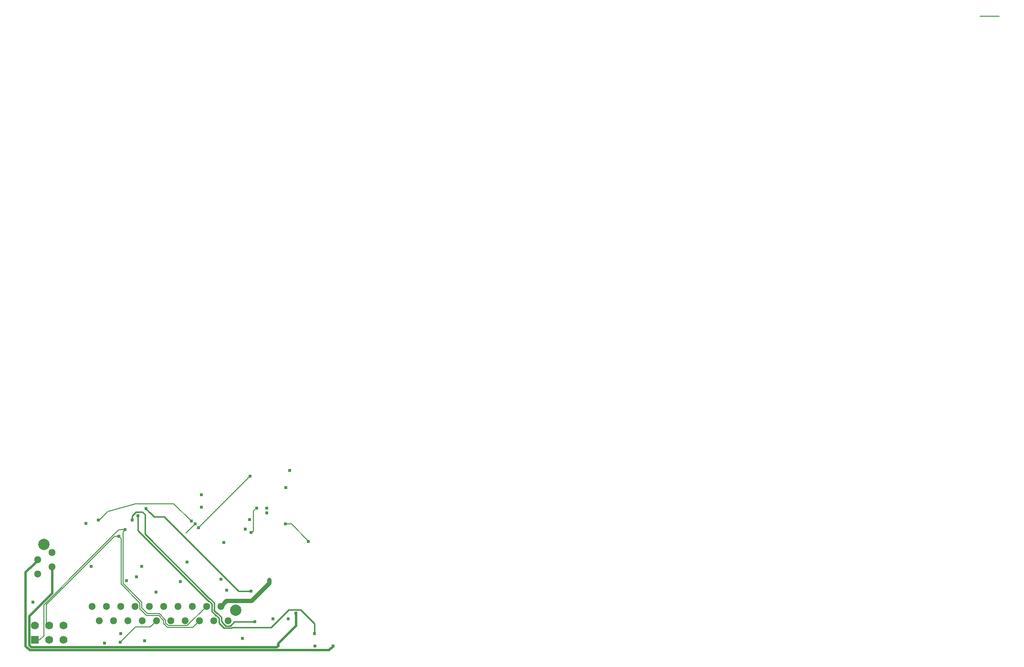
<source format=gbr>
G04 #@! TF.GenerationSoftware,KiCad,Pcbnew,(5.1.10-1-10_14)*
G04 #@! TF.CreationDate,2021-10-01T01:12:16-04:00*
G04 #@! TF.ProjectId,throttle,7468726f-7474-46c6-952e-6b696361645f,rev?*
G04 #@! TF.SameCoordinates,Original*
G04 #@! TF.FileFunction,Copper,L4,Bot*
G04 #@! TF.FilePolarity,Positive*
%FSLAX46Y46*%
G04 Gerber Fmt 4.6, Leading zero omitted, Abs format (unit mm)*
G04 Created by KiCad (PCBNEW (5.1.10-1-10_14)) date 2021-10-01 01:12:16*
%MOMM*%
%LPD*%
G01*
G04 APERTURE LIST*
G04 #@! TA.AperFunction,ComponentPad*
%ADD10C,1.300000*%
G04 #@! TD*
G04 #@! TA.AperFunction,ComponentPad*
%ADD11C,2.000000*%
G04 #@! TD*
G04 #@! TA.AperFunction,ComponentPad*
%ADD12C,1.400000*%
G04 #@! TD*
G04 #@! TA.AperFunction,ComponentPad*
%ADD13R,1.400000X1.400000*%
G04 #@! TD*
G04 #@! TA.AperFunction,ViaPad*
%ADD14C,0.609600*%
G04 #@! TD*
G04 #@! TA.AperFunction,Conductor*
%ADD15C,0.152400*%
G04 #@! TD*
G04 #@! TA.AperFunction,Conductor*
%ADD16C,0.762000*%
G04 #@! TD*
G04 #@! TA.AperFunction,Conductor*
%ADD17C,0.254000*%
G04 #@! TD*
G04 #@! TA.AperFunction,Conductor*
%ADD18C,0.381000*%
G04 #@! TD*
G04 APERTURE END LIST*
D10*
X174650000Y-82360000D03*
X174650000Y-79820000D03*
X172110000Y-81090000D03*
X172110000Y-83630000D03*
D11*
X173150000Y-78420000D03*
D10*
X200775000Y-91900000D03*
X203315000Y-91900000D03*
X205855000Y-91900000D03*
X198235000Y-91900000D03*
X204585000Y-89360000D03*
X202045000Y-89360000D03*
X199505000Y-89360000D03*
X196965000Y-89360000D03*
X195695000Y-91900000D03*
X194425000Y-89360000D03*
X193155000Y-91900000D03*
X191885000Y-89360000D03*
X190615000Y-91900000D03*
X189345000Y-89360000D03*
X188075000Y-91900000D03*
X186805000Y-89360000D03*
X185535000Y-91900000D03*
X184265000Y-89360000D03*
X182995000Y-91900000D03*
X181725000Y-89360000D03*
D11*
X207255000Y-90100000D03*
D12*
X176680000Y-92785000D03*
X176680000Y-95325000D03*
X174140000Y-92785000D03*
X174140000Y-95325000D03*
X171600000Y-92785000D03*
D13*
X171600000Y-95325000D03*
D14*
X221300000Y-96450000D03*
X201125000Y-69550000D03*
X201150000Y-71750000D03*
X181600000Y-82300000D03*
X190500000Y-82300000D03*
X183925000Y-95900000D03*
X187867657Y-84857343D03*
X216775000Y-65225000D03*
X216100000Y-68270000D03*
X216525000Y-91575000D03*
X213825000Y-91600000D03*
X212700000Y-71975000D03*
X189650000Y-84150000D03*
X180625000Y-74700000D03*
X197400000Y-84975000D03*
X186775000Y-94225000D03*
X191075000Y-95450000D03*
X216050000Y-74770000D03*
X220090000Y-77870000D03*
X199325000Y-74250000D03*
X182850000Y-74075000D03*
X213150000Y-84675000D03*
X187600000Y-75775000D03*
X186475000Y-76950000D03*
X204616590Y-84547838D03*
X193075000Y-86850000D03*
X198625000Y-81475000D03*
X212700000Y-72825000D03*
X200575000Y-75450000D03*
X209800000Y-66275000D03*
X200050000Y-74775000D03*
X171200000Y-88600000D03*
X209950000Y-86650000D03*
X191300000Y-72075000D03*
X221200000Y-94225000D03*
X189900000Y-73275809D03*
X188850000Y-74075000D03*
X210625000Y-92122710D03*
X214750000Y-96325000D03*
X217900000Y-90547040D03*
X208375000Y-95075000D03*
X224450000Y-96450000D03*
X205650000Y-86550000D03*
X186725000Y-95725000D03*
X209700000Y-73950000D03*
X208950000Y-75650000D03*
X205075000Y-78083400D03*
X210922799Y-71922000D03*
X209950000Y-76300000D03*
D15*
X339300000Y15375000D02*
X342675000Y15375000D01*
X216050000Y-74770000D02*
X217100000Y-74770000D01*
X217100000Y-74770000D02*
X220090000Y-77760000D01*
X220090000Y-77760000D02*
X220090000Y-77870000D01*
X196250000Y-71175000D02*
X189436828Y-71175000D01*
X199325000Y-74250000D02*
X196250000Y-71175000D01*
X189436828Y-71175000D02*
X184532963Y-72549019D01*
X183283290Y-73798692D02*
X182978491Y-74103491D01*
X184532963Y-72549019D02*
X183283290Y-73798692D01*
D16*
X213150000Y-85275000D02*
X213150000Y-84675000D01*
X210040390Y-88384610D02*
X213150000Y-85275000D01*
X204585000Y-89360000D02*
X205560390Y-88384610D01*
X205560390Y-88384610D02*
X210040390Y-88384610D01*
D15*
X180727000Y-81523000D02*
X180787500Y-81462500D01*
X172452400Y-95325000D02*
X171600000Y-95325000D01*
X173150000Y-94627400D02*
X172452400Y-95325000D01*
X180787500Y-81462500D02*
X173150000Y-89100000D01*
X173150000Y-89100000D02*
X173150000Y-94627400D01*
X180787500Y-81462500D02*
X186475000Y-75775000D01*
X186475000Y-75775000D02*
X187400000Y-75775000D01*
X187200000Y-76175000D02*
X187295201Y-76079799D01*
X187200000Y-85300000D02*
X187200000Y-76175000D01*
X190528411Y-88628411D02*
X187200000Y-85300000D01*
X187295201Y-76079799D02*
X187600000Y-75775000D01*
X191556066Y-90700000D02*
X190528411Y-89672345D01*
X190528411Y-89672345D02*
X190528411Y-88628411D01*
X194816399Y-91816399D02*
X193700000Y-90700000D01*
X202045000Y-89360000D02*
X198626399Y-92778601D01*
X193700000Y-90700000D02*
X191556066Y-90700000D01*
X195273271Y-92778601D02*
X194816399Y-92321729D01*
X198626399Y-92778601D02*
X195273271Y-92778601D01*
X194816399Y-92321729D02*
X194816399Y-91816399D01*
X174140000Y-92785000D02*
X173600000Y-92245000D01*
X185731066Y-76950000D02*
X186043948Y-76950000D01*
X173600000Y-89081066D02*
X185731066Y-76950000D01*
X173600000Y-89275000D02*
X173600000Y-89081066D01*
X173600000Y-89275000D02*
X173600000Y-89125000D01*
X186043948Y-76950000D02*
X186475000Y-76950000D01*
X173600000Y-92245000D02*
X173600000Y-89275000D01*
X186875000Y-77350000D02*
X186475000Y-76950000D01*
X186875000Y-85425000D02*
X186875000Y-77350000D01*
X190223601Y-88773601D02*
X186875000Y-85425000D01*
X191429810Y-91004810D02*
X190215165Y-89790165D01*
X199591590Y-93083410D02*
X195133410Y-93083410D01*
X190223601Y-89781729D02*
X190223601Y-88773601D01*
X200775000Y-91900000D02*
X199591590Y-93083410D01*
X194450000Y-92400000D02*
X194450000Y-91894670D01*
X190215165Y-89790165D02*
X190223601Y-89781729D01*
X195133410Y-93083410D02*
X194450000Y-92400000D01*
X194450000Y-91894670D02*
X193560140Y-91004810D01*
X193560140Y-91004810D02*
X191429810Y-91004810D01*
X200683300Y-75296042D02*
X200378501Y-75600841D01*
X208075000Y-67950000D02*
X200575000Y-75450000D01*
X209800000Y-66275000D02*
X209750000Y-66275000D01*
X209750000Y-66275000D02*
X208075000Y-67950000D01*
X200100000Y-74675000D02*
X198450000Y-76325000D01*
D17*
X207700000Y-86650000D02*
X209950000Y-86650000D01*
X194525000Y-73475000D02*
X207700000Y-86650000D01*
X192703427Y-73475000D02*
X194525000Y-73475000D01*
X191939844Y-72711417D02*
X192703427Y-73475000D01*
X191300000Y-72075000D02*
X191936417Y-72711417D01*
X191936417Y-72711417D02*
X191939844Y-72711417D01*
X221200000Y-92400000D02*
X218762830Y-89962830D01*
X216637170Y-89962830D02*
X213500000Y-93100000D01*
X189900000Y-75911328D02*
X189900000Y-73706861D01*
X218762830Y-89962830D02*
X216637170Y-89962830D01*
X202949200Y-90230528D02*
X202949200Y-89831314D01*
X205134100Y-93235812D02*
X204244401Y-92346113D01*
X213500000Y-93100000D02*
X206605265Y-93100000D01*
X204244401Y-91453887D02*
X203761113Y-90970599D01*
X203761113Y-90970599D02*
X203689271Y-90970599D01*
X203689271Y-90970599D02*
X202949200Y-90230528D01*
X202419271Y-88430599D02*
X189900000Y-75911328D01*
X221200000Y-94225000D02*
X221200000Y-92400000D01*
X202491113Y-88430599D02*
X202419271Y-88430599D01*
X202974401Y-88913887D02*
X202491113Y-88430599D01*
X202974401Y-89806113D02*
X202974401Y-88913887D01*
X206605265Y-93100000D02*
X206469453Y-93235812D01*
X206469453Y-93235812D02*
X205134100Y-93235812D01*
X202949200Y-89831314D02*
X202974401Y-89806113D01*
D15*
X189900000Y-73225000D02*
X189900000Y-73275809D01*
D17*
X189900000Y-73706861D02*
X189900000Y-73275809D01*
X204244401Y-92346113D02*
X204244401Y-91453887D01*
X203355611Y-89999654D02*
X203355611Y-90062188D01*
X205408887Y-92829401D02*
X206301113Y-92829401D01*
X204925599Y-92346113D02*
X205408887Y-92829401D01*
X203380812Y-88745547D02*
X203380812Y-89974453D01*
X203929453Y-90564188D02*
X204650812Y-91285547D01*
X203380812Y-89974453D02*
X203355611Y-89999654D01*
X189550000Y-72600000D02*
X190650000Y-72600000D01*
X203355611Y-90062188D02*
X203857611Y-90564188D01*
X204650812Y-91996142D02*
X204925599Y-92270929D01*
X204650812Y-91285547D02*
X204650812Y-91996142D01*
X207007804Y-92122710D02*
X210193948Y-92122710D01*
X206301113Y-92829401D02*
X207007804Y-92122710D01*
X202659453Y-88024188D02*
X203380812Y-88745547D01*
X202587611Y-88024188D02*
X202659453Y-88024188D01*
X191125000Y-76561577D02*
X202587611Y-88024188D01*
X191125000Y-73075000D02*
X191125000Y-76561577D01*
X210193948Y-92122710D02*
X210625000Y-92122710D01*
X190650000Y-72600000D02*
X191125000Y-73075000D01*
X188850000Y-73300000D02*
X189550000Y-72600000D01*
X188850000Y-74075000D02*
X188850000Y-73300000D01*
X204925599Y-92270929D02*
X204925599Y-92346113D01*
X203857611Y-90564188D02*
X203929453Y-90564188D01*
D18*
X217900000Y-90978092D02*
X217900000Y-90547040D01*
X214750000Y-95893948D02*
X217900000Y-92743948D01*
X217900000Y-92743948D02*
X217900000Y-90978092D01*
X214750000Y-96325000D02*
X214750000Y-95893948D01*
X214487727Y-96587273D02*
X174512726Y-96587273D01*
X214750000Y-96325000D02*
X214487727Y-96587273D01*
X170557099Y-96283812D02*
X170858972Y-96585685D01*
X170557099Y-91100191D02*
X170557099Y-96283812D01*
X174650000Y-82360000D02*
X174650000Y-87007290D01*
X170858972Y-96585685D02*
X174512725Y-96587273D01*
X174650000Y-87007290D02*
X170557099Y-91100191D01*
X169911710Y-83288290D02*
X171460001Y-81739999D01*
X224450000Y-96450000D02*
X223766599Y-97133401D01*
X170637932Y-97118999D02*
X169911710Y-96392777D01*
X203777192Y-97133401D02*
X170637932Y-97118999D01*
X223766599Y-97133401D02*
X203777192Y-97133401D01*
X171460001Y-81739999D02*
X172110000Y-81090000D01*
X169911710Y-96392777D02*
X169911710Y-83288290D01*
D15*
X189425000Y-93025000D02*
X186725000Y-95725000D01*
X193155000Y-91900000D02*
X192030000Y-93025000D01*
X192030000Y-93025000D02*
X189425000Y-93025000D01*
X210922799Y-71922000D02*
X210394000Y-72450799D01*
X210394000Y-76056000D02*
X210050000Y-76400000D01*
X210394000Y-72450799D02*
X210394000Y-76056000D01*
M02*

</source>
